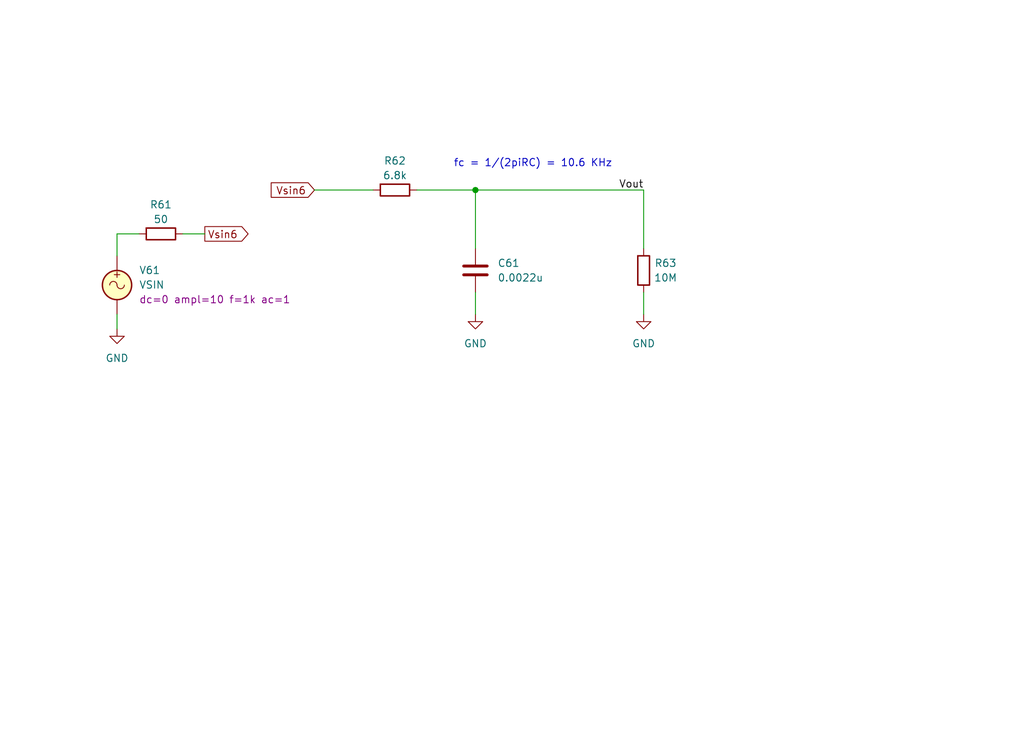
<source format=kicad_sch>
(kicad_sch (version 20230121) (generator eeschema)
  (paper "User" 177.8 127)
  (title_block (title "Single-Stage Passive Lowpass Filter") (date "2024-01-25") (rev "1") (company "Jim Horwitz & Mark Vaughn, Jork Incorporated"))
  (lib_symbols
    (symbol "Device:C" (pin_numbers hide) (pin_names (offset 0.254))
      (property "Reference" "C" (at 0.635 2.54 0))
      (property "Value" "C" (at 0.635 -2.54 0))
      (symbol "C_0_1"
        (polyline (pts (xy -2.032 -0.762) (xy 2.032 -0.762)) (stroke (width 0.508)))
        (polyline (pts (xy -2.032 0.762) (xy 2.032 0.762)) (stroke (width 0.508)))
      )
      (symbol "C_1_1"
        (pin passive line (at 0 3.81 270) (length 2.794) (name "~") (number "1"))
        (pin passive line (at 0 -3.81 90) (length 2.794) (name "~") (number "2"))
      )
    )
    (symbol "Device:R" (pin_numbers hide) (pin_names (offset 0))
      (property "Reference" "R" (at 2.032 0 90))
      (property "Value" "R" (at 0 0 90))
      (symbol "R_0_1"
        (rectangle (start -1.016 -2.54) (end 1.016 2.54) (stroke (width 0.254)))
      )
      (symbol "R_1_1"
        (pin passive line (at 0 3.81 270) (length 1.27) (name "~") (number "1"))
        (pin passive line (at 0 -3.81 90) (length 1.27) (name "~") (number "2"))
      )
    )
    (symbol "Simulation_SPICE:VSIN" (pin_numbers hide) (pin_names (offset 0.0254))
      (property "Reference" "V" (at 2.54 2.54 0))
      (property "Value" "VSIN" (at 2.54 0 0))
      (property "Sim.Params" "dc=0 ampl=1 f=1k ac=1" (at 2.54 -2.54 0))
      (symbol "VSIN_0_0"
        (arc (start 0 0) (mid -0.635 0.6323) (end -1.27 0))
        (arc (start 0 0) (mid 0.635 -0.6323) (end 1.27 0))
        (text "+" (at 0 1.905 0) (effects (font (size 1.27 1.27))))
      )
      (symbol "VSIN_0_1"
        (circle (center 0 0) (radius 2.54) (stroke (width 0.254)) (fill (type background)))
      )
      (symbol "VSIN_1_1"
        (pin passive line (at 0 5.08 270) (length 2.54) (name "~") (number "1"))
        (pin passive line (at 0 -5.08 90) (length 2.54) (name "~") (number "2"))
      )
    )
    (symbol "power:GND" (power) (pin_names (offset 0))
      (property "Value" "GND" (at 0 -3.81 0))
      (symbol "GND_0_1"
        (polyline (pts (xy 0 0) (xy 0 -1.27) (xy 1.27 -1.27) (xy 0 -2.54) (xy -1.27 -1.27) (xy 0 -1.27)))
      )
      (symbol "GND_1_1"
        (pin power_in line (at 0 0 270) (length 0) hide (name "GND") (number "1"))
      )
    )
  )
  (junction (at 82.55 33.02))
  (wire (pts (xy 20.32 40.64) (xy 20.32 44.45)))
  (wire (pts (xy 20.32 40.64) (xy 24.13 40.64)))
  (wire (pts (xy 54.61 33.02) (xy 64.77 33.02)))
  (wire (pts (xy 82.55 50.8) (xy 82.55 54.61)))
  (wire (pts (xy 20.32 54.61) (xy 20.32 57.15)))
  (wire (pts (xy 111.76 43.18) (xy 111.76 33.02)))
  (wire (pts (xy 82.55 33.02) (xy 72.39 33.02)))
  (wire (pts (xy 82.55 43.18) (xy 82.55 33.02)))
  (wire (pts (xy 31.75 40.64) (xy 35.56 40.64)))
  (wire (pts (xy 82.55 33.02) (xy 111.76 33.02)))
  (wire (pts (xy 111.76 50.8) (xy 111.76 54.61)))
  (text "fc = 1/(2piRC) = 10.6 KHz" (at 78.74 29.21 0) (effects (font (size 1.27 1.27)) (justify left bottom)))
  (label "Vout" (at 111.76 33.02 180))
  (global_label "Vsin6" (shape input) (at 54.61 33.02 180) (property "Intersheetrefs" "${INTERSHEET_REFS}" (effects hide)))
  (global_label "Vsin6" (shape output) (at 35.56 40.64 0) (property "Intersheetrefs" "${INTERSHEET_REFS}" (effects hide)))
  (symbol (lib_id "Simulation_SPICE:VSIN") (at 20.32 49.53 0) (unit 1)
    (property "Reference" "V61" (at 24.13 46.9542 0) (effects (justify left)))
    (property "Value" "VSIN" (at 24.13 49.4942 0) (effects (justify left)))
    (property "Sim.Pins" "1=+ 2=-" (effects hide))
    (property "Sim.Params" "dc=0 ampl=10 f=1k ac=1" (at 24.13 52.0342 0) (effects (justify left)))
    (property "Sim.Type" "SIN" (effects hide))
    (property "Sim.Device" "V" (effects hide))
  )
  (symbol (lib_id "Device:R") (at 27.94 40.64 90) (unit 1)
    (property "Reference" "R61" (at 27.94 35.56 90))
    (property "Value" "50" (at 27.94 38.1 90))
  )
  (symbol (lib_id "power:GND") (at 82.55 54.61 0) (unit 1)
    (property "Reference" "#PWR05" (effects hide))
    (property "Value" "GND" (at 82.55 59.69 0))
  )
  (symbol (lib_id "power:GND") (at 20.32 57.15 0) (unit 1)
    (property "Reference" "#PWR04" (effects hide))
    (property "Value" "GND" (at 20.32 62.23 0))
  )
  (symbol (lib_id "Device:C") (at 82.55 46.99 0) (unit 1)
    (property "Reference" "C61" (at 86.36 45.72 0) (effects (justify left)))
    (property "Value" "0.0022u" (at 86.36 48.26 0) (effects (justify left)))
  )
  (symbol (lib_id "power:GND") (at 111.76 54.61 0) (unit 1)
    (property "Reference" "#PWR06" (effects hide))
    (property "Value" "GND" (at 111.76 59.69 0))
  )
  (symbol (lib_id "Device:R") (at 68.58 33.02 90) (unit 1)
    (property "Reference" "R62" (at 68.58 27.94 90))
    (property "Value" "6.8k" (at 68.58 30.48 90))
  )
  (symbol (lib_id "Device:R") (at 111.76 46.99 0) (unit 1)
    (property "Reference" "R63" (at 115.57 45.72 0))
    (property "Value" "10M" (at 115.57 48.26 0))
  )
)
</source>
